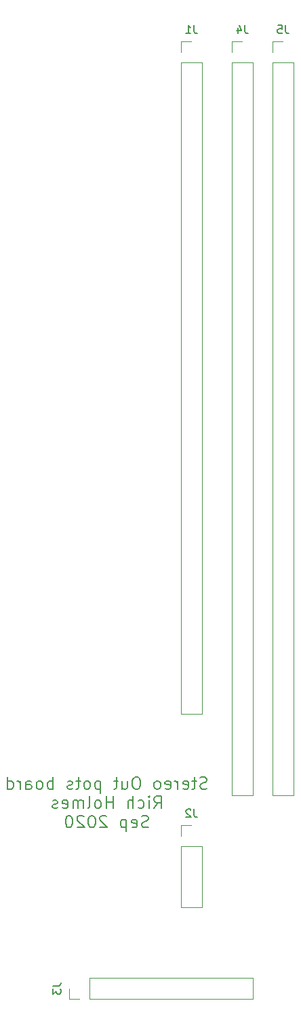
<source format=gbr>
%TF.GenerationSoftware,KiCad,Pcbnew,5.1.6-c6e7f7d~87~ubuntu20.04.1*%
%TF.CreationDate,2020-11-04T22:39:05-05:00*%
%TF.ProjectId,stereoout,73746572-656f-46f7-9574-2e6b69636164,rev?*%
%TF.SameCoordinates,Original*%
%TF.FileFunction,Legend,Bot*%
%TF.FilePolarity,Positive*%
%FSLAX46Y46*%
G04 Gerber Fmt 4.6, Leading zero omitted, Abs format (unit mm)*
G04 Created by KiCad (PCBNEW 5.1.6-c6e7f7d~87~ubuntu20.04.1) date 2020-11-04 22:39:05*
%MOMM*%
%LPD*%
G01*
G04 APERTURE LIST*
%ADD10C,0.150000*%
%ADD11C,0.120000*%
G04 APERTURE END LIST*
D10*
X72664285Y-132307142D02*
X72450000Y-132378571D01*
X72092857Y-132378571D01*
X71950000Y-132307142D01*
X71878571Y-132235714D01*
X71807142Y-132092857D01*
X71807142Y-131950000D01*
X71878571Y-131807142D01*
X71950000Y-131735714D01*
X72092857Y-131664285D01*
X72378571Y-131592857D01*
X72521428Y-131521428D01*
X72592857Y-131450000D01*
X72664285Y-131307142D01*
X72664285Y-131164285D01*
X72592857Y-131021428D01*
X72521428Y-130950000D01*
X72378571Y-130878571D01*
X72021428Y-130878571D01*
X71807142Y-130950000D01*
X71378571Y-131378571D02*
X70807142Y-131378571D01*
X71164285Y-130878571D02*
X71164285Y-132164285D01*
X71092857Y-132307142D01*
X70950000Y-132378571D01*
X70807142Y-132378571D01*
X69735714Y-132307142D02*
X69878571Y-132378571D01*
X70164285Y-132378571D01*
X70307142Y-132307142D01*
X70378571Y-132164285D01*
X70378571Y-131592857D01*
X70307142Y-131450000D01*
X70164285Y-131378571D01*
X69878571Y-131378571D01*
X69735714Y-131450000D01*
X69664285Y-131592857D01*
X69664285Y-131735714D01*
X70378571Y-131878571D01*
X69021428Y-132378571D02*
X69021428Y-131378571D01*
X69021428Y-131664285D02*
X68950000Y-131521428D01*
X68878571Y-131450000D01*
X68735714Y-131378571D01*
X68592857Y-131378571D01*
X67521428Y-132307142D02*
X67664285Y-132378571D01*
X67950000Y-132378571D01*
X68092857Y-132307142D01*
X68164285Y-132164285D01*
X68164285Y-131592857D01*
X68092857Y-131450000D01*
X67950000Y-131378571D01*
X67664285Y-131378571D01*
X67521428Y-131450000D01*
X67450000Y-131592857D01*
X67450000Y-131735714D01*
X68164285Y-131878571D01*
X66592857Y-132378571D02*
X66735714Y-132307142D01*
X66807142Y-132235714D01*
X66878571Y-132092857D01*
X66878571Y-131664285D01*
X66807142Y-131521428D01*
X66735714Y-131450000D01*
X66592857Y-131378571D01*
X66378571Y-131378571D01*
X66235714Y-131450000D01*
X66164285Y-131521428D01*
X66092857Y-131664285D01*
X66092857Y-132092857D01*
X66164285Y-132235714D01*
X66235714Y-132307142D01*
X66378571Y-132378571D01*
X66592857Y-132378571D01*
X64021428Y-130878571D02*
X63735714Y-130878571D01*
X63592857Y-130950000D01*
X63450000Y-131092857D01*
X63378571Y-131378571D01*
X63378571Y-131878571D01*
X63450000Y-132164285D01*
X63592857Y-132307142D01*
X63735714Y-132378571D01*
X64021428Y-132378571D01*
X64164285Y-132307142D01*
X64307142Y-132164285D01*
X64378571Y-131878571D01*
X64378571Y-131378571D01*
X64307142Y-131092857D01*
X64164285Y-130950000D01*
X64021428Y-130878571D01*
X62092857Y-131378571D02*
X62092857Y-132378571D01*
X62735714Y-131378571D02*
X62735714Y-132164285D01*
X62664285Y-132307142D01*
X62521428Y-132378571D01*
X62307142Y-132378571D01*
X62164285Y-132307142D01*
X62092857Y-132235714D01*
X61592857Y-131378571D02*
X61021428Y-131378571D01*
X61378571Y-130878571D02*
X61378571Y-132164285D01*
X61307142Y-132307142D01*
X61164285Y-132378571D01*
X61021428Y-132378571D01*
X59378571Y-131378571D02*
X59378571Y-132878571D01*
X59378571Y-131450000D02*
X59235714Y-131378571D01*
X58950000Y-131378571D01*
X58807142Y-131450000D01*
X58735714Y-131521428D01*
X58664285Y-131664285D01*
X58664285Y-132092857D01*
X58735714Y-132235714D01*
X58807142Y-132307142D01*
X58950000Y-132378571D01*
X59235714Y-132378571D01*
X59378571Y-132307142D01*
X57807142Y-132378571D02*
X57950000Y-132307142D01*
X58021428Y-132235714D01*
X58092857Y-132092857D01*
X58092857Y-131664285D01*
X58021428Y-131521428D01*
X57950000Y-131450000D01*
X57807142Y-131378571D01*
X57592857Y-131378571D01*
X57450000Y-131450000D01*
X57378571Y-131521428D01*
X57307142Y-131664285D01*
X57307142Y-132092857D01*
X57378571Y-132235714D01*
X57450000Y-132307142D01*
X57592857Y-132378571D01*
X57807142Y-132378571D01*
X56878571Y-131378571D02*
X56307142Y-131378571D01*
X56664285Y-130878571D02*
X56664285Y-132164285D01*
X56592857Y-132307142D01*
X56450000Y-132378571D01*
X56307142Y-132378571D01*
X55878571Y-132307142D02*
X55735714Y-132378571D01*
X55450000Y-132378571D01*
X55307142Y-132307142D01*
X55235714Y-132164285D01*
X55235714Y-132092857D01*
X55307142Y-131950000D01*
X55450000Y-131878571D01*
X55664285Y-131878571D01*
X55807142Y-131807142D01*
X55878571Y-131664285D01*
X55878571Y-131592857D01*
X55807142Y-131450000D01*
X55664285Y-131378571D01*
X55450000Y-131378571D01*
X55307142Y-131450000D01*
X53450000Y-132378571D02*
X53450000Y-130878571D01*
X53450000Y-131450000D02*
X53307142Y-131378571D01*
X53021428Y-131378571D01*
X52878571Y-131450000D01*
X52807142Y-131521428D01*
X52735714Y-131664285D01*
X52735714Y-132092857D01*
X52807142Y-132235714D01*
X52878571Y-132307142D01*
X53021428Y-132378571D01*
X53307142Y-132378571D01*
X53450000Y-132307142D01*
X51878571Y-132378571D02*
X52021428Y-132307142D01*
X52092857Y-132235714D01*
X52164285Y-132092857D01*
X52164285Y-131664285D01*
X52092857Y-131521428D01*
X52021428Y-131450000D01*
X51878571Y-131378571D01*
X51664285Y-131378571D01*
X51521428Y-131450000D01*
X51450000Y-131521428D01*
X51378571Y-131664285D01*
X51378571Y-132092857D01*
X51450000Y-132235714D01*
X51521428Y-132307142D01*
X51664285Y-132378571D01*
X51878571Y-132378571D01*
X50092857Y-132378571D02*
X50092857Y-131592857D01*
X50164285Y-131450000D01*
X50307142Y-131378571D01*
X50592857Y-131378571D01*
X50735714Y-131450000D01*
X50092857Y-132307142D02*
X50235714Y-132378571D01*
X50592857Y-132378571D01*
X50735714Y-132307142D01*
X50807142Y-132164285D01*
X50807142Y-132021428D01*
X50735714Y-131878571D01*
X50592857Y-131807142D01*
X50235714Y-131807142D01*
X50092857Y-131735714D01*
X49378571Y-132378571D02*
X49378571Y-131378571D01*
X49378571Y-131664285D02*
X49307142Y-131521428D01*
X49235714Y-131450000D01*
X49092857Y-131378571D01*
X48950000Y-131378571D01*
X47807142Y-132378571D02*
X47807142Y-130878571D01*
X47807142Y-132307142D02*
X47950000Y-132378571D01*
X48235714Y-132378571D01*
X48378571Y-132307142D01*
X48450000Y-132235714D01*
X48521428Y-132092857D01*
X48521428Y-131664285D01*
X48450000Y-131521428D01*
X48378571Y-131450000D01*
X48235714Y-131378571D01*
X47950000Y-131378571D01*
X47807142Y-131450000D01*
X66092857Y-134778571D02*
X66592857Y-134064285D01*
X66950000Y-134778571D02*
X66950000Y-133278571D01*
X66378571Y-133278571D01*
X66235714Y-133350000D01*
X66164285Y-133421428D01*
X66092857Y-133564285D01*
X66092857Y-133778571D01*
X66164285Y-133921428D01*
X66235714Y-133992857D01*
X66378571Y-134064285D01*
X66950000Y-134064285D01*
X65450000Y-134778571D02*
X65450000Y-133778571D01*
X65450000Y-133278571D02*
X65521428Y-133350000D01*
X65450000Y-133421428D01*
X65378571Y-133350000D01*
X65450000Y-133278571D01*
X65450000Y-133421428D01*
X64092857Y-134707142D02*
X64235714Y-134778571D01*
X64521428Y-134778571D01*
X64664285Y-134707142D01*
X64735714Y-134635714D01*
X64807142Y-134492857D01*
X64807142Y-134064285D01*
X64735714Y-133921428D01*
X64664285Y-133850000D01*
X64521428Y-133778571D01*
X64235714Y-133778571D01*
X64092857Y-133850000D01*
X63450000Y-134778571D02*
X63450000Y-133278571D01*
X62807142Y-134778571D02*
X62807142Y-133992857D01*
X62878571Y-133850000D01*
X63021428Y-133778571D01*
X63235714Y-133778571D01*
X63378571Y-133850000D01*
X63450000Y-133921428D01*
X60950000Y-134778571D02*
X60950000Y-133278571D01*
X60950000Y-133992857D02*
X60092857Y-133992857D01*
X60092857Y-134778571D02*
X60092857Y-133278571D01*
X59164285Y-134778571D02*
X59307142Y-134707142D01*
X59378571Y-134635714D01*
X59450000Y-134492857D01*
X59450000Y-134064285D01*
X59378571Y-133921428D01*
X59307142Y-133850000D01*
X59164285Y-133778571D01*
X58950000Y-133778571D01*
X58807142Y-133850000D01*
X58735714Y-133921428D01*
X58664285Y-134064285D01*
X58664285Y-134492857D01*
X58735714Y-134635714D01*
X58807142Y-134707142D01*
X58950000Y-134778571D01*
X59164285Y-134778571D01*
X57807142Y-134778571D02*
X57950000Y-134707142D01*
X58021428Y-134564285D01*
X58021428Y-133278571D01*
X57235714Y-134778571D02*
X57235714Y-133778571D01*
X57235714Y-133921428D02*
X57164285Y-133850000D01*
X57021428Y-133778571D01*
X56807142Y-133778571D01*
X56664285Y-133850000D01*
X56592857Y-133992857D01*
X56592857Y-134778571D01*
X56592857Y-133992857D02*
X56521428Y-133850000D01*
X56378571Y-133778571D01*
X56164285Y-133778571D01*
X56021428Y-133850000D01*
X55950000Y-133992857D01*
X55950000Y-134778571D01*
X54664285Y-134707142D02*
X54807142Y-134778571D01*
X55092857Y-134778571D01*
X55235714Y-134707142D01*
X55307142Y-134564285D01*
X55307142Y-133992857D01*
X55235714Y-133850000D01*
X55092857Y-133778571D01*
X54807142Y-133778571D01*
X54664285Y-133850000D01*
X54592857Y-133992857D01*
X54592857Y-134135714D01*
X55307142Y-134278571D01*
X54021428Y-134707142D02*
X53878571Y-134778571D01*
X53592857Y-134778571D01*
X53450000Y-134707142D01*
X53378571Y-134564285D01*
X53378571Y-134492857D01*
X53450000Y-134350000D01*
X53592857Y-134278571D01*
X53807142Y-134278571D01*
X53950000Y-134207142D01*
X54021428Y-134064285D01*
X54021428Y-133992857D01*
X53950000Y-133850000D01*
X53807142Y-133778571D01*
X53592857Y-133778571D01*
X53450000Y-133850000D01*
X65378571Y-137107142D02*
X65164285Y-137178571D01*
X64807142Y-137178571D01*
X64664285Y-137107142D01*
X64592857Y-137035714D01*
X64521428Y-136892857D01*
X64521428Y-136750000D01*
X64592857Y-136607142D01*
X64664285Y-136535714D01*
X64807142Y-136464285D01*
X65092857Y-136392857D01*
X65235714Y-136321428D01*
X65307142Y-136250000D01*
X65378571Y-136107142D01*
X65378571Y-135964285D01*
X65307142Y-135821428D01*
X65235714Y-135750000D01*
X65092857Y-135678571D01*
X64735714Y-135678571D01*
X64521428Y-135750000D01*
X63307142Y-137107142D02*
X63450000Y-137178571D01*
X63735714Y-137178571D01*
X63878571Y-137107142D01*
X63950000Y-136964285D01*
X63950000Y-136392857D01*
X63878571Y-136250000D01*
X63735714Y-136178571D01*
X63450000Y-136178571D01*
X63307142Y-136250000D01*
X63235714Y-136392857D01*
X63235714Y-136535714D01*
X63950000Y-136678571D01*
X62592857Y-136178571D02*
X62592857Y-137678571D01*
X62592857Y-136250000D02*
X62450000Y-136178571D01*
X62164285Y-136178571D01*
X62021428Y-136250000D01*
X61950000Y-136321428D01*
X61878571Y-136464285D01*
X61878571Y-136892857D01*
X61950000Y-137035714D01*
X62021428Y-137107142D01*
X62164285Y-137178571D01*
X62450000Y-137178571D01*
X62592857Y-137107142D01*
X60164285Y-135821428D02*
X60092857Y-135750000D01*
X59950000Y-135678571D01*
X59592857Y-135678571D01*
X59450000Y-135750000D01*
X59378571Y-135821428D01*
X59307142Y-135964285D01*
X59307142Y-136107142D01*
X59378571Y-136321428D01*
X60235714Y-137178571D01*
X59307142Y-137178571D01*
X58378571Y-135678571D02*
X58235714Y-135678571D01*
X58092857Y-135750000D01*
X58021428Y-135821428D01*
X57950000Y-135964285D01*
X57878571Y-136250000D01*
X57878571Y-136607142D01*
X57950000Y-136892857D01*
X58021428Y-137035714D01*
X58092857Y-137107142D01*
X58235714Y-137178571D01*
X58378571Y-137178571D01*
X58521428Y-137107142D01*
X58592857Y-137035714D01*
X58664285Y-136892857D01*
X58735714Y-136607142D01*
X58735714Y-136250000D01*
X58664285Y-135964285D01*
X58592857Y-135821428D01*
X58521428Y-135750000D01*
X58378571Y-135678571D01*
X57307142Y-135821428D02*
X57235714Y-135750000D01*
X57092857Y-135678571D01*
X56735714Y-135678571D01*
X56592857Y-135750000D01*
X56521428Y-135821428D01*
X56450000Y-135964285D01*
X56450000Y-136107142D01*
X56521428Y-136321428D01*
X57378571Y-137178571D01*
X56450000Y-137178571D01*
X55521428Y-135678571D02*
X55378571Y-135678571D01*
X55235714Y-135750000D01*
X55164285Y-135821428D01*
X55092857Y-135964285D01*
X55021428Y-136250000D01*
X55021428Y-136607142D01*
X55092857Y-136892857D01*
X55164285Y-137035714D01*
X55235714Y-137107142D01*
X55378571Y-137178571D01*
X55521428Y-137178571D01*
X55664285Y-137107142D01*
X55735714Y-137035714D01*
X55807142Y-136892857D01*
X55878571Y-136607142D01*
X55878571Y-136250000D01*
X55807142Y-135964285D01*
X55735714Y-135821428D01*
X55664285Y-135750000D01*
X55521428Y-135678571D01*
D11*
%TO.C,J3*%
X58040000Y-155930000D02*
X58040000Y-158590000D01*
X58040000Y-155930000D02*
X78420000Y-155930000D01*
X78420000Y-155930000D02*
X78420000Y-158590000D01*
X58040000Y-158590000D02*
X78420000Y-158590000D01*
X55440000Y-158590000D02*
X56770000Y-158590000D01*
X55440000Y-157260000D02*
X55440000Y-158590000D01*
%TO.C,J5*%
X83500000Y-41690000D02*
X80840000Y-41690000D01*
X83500000Y-41690000D02*
X83500000Y-133190000D01*
X83500000Y-133190000D02*
X80840000Y-133190000D01*
X80840000Y-41690000D02*
X80840000Y-133190000D01*
X80840000Y-39090000D02*
X80840000Y-40420000D01*
X82170000Y-39090000D02*
X80840000Y-39090000D01*
%TO.C,J4*%
X77090000Y-39090000D02*
X75760000Y-39090000D01*
X75760000Y-39090000D02*
X75760000Y-40420000D01*
X75760000Y-41690000D02*
X75760000Y-133190000D01*
X78420000Y-133190000D02*
X75760000Y-133190000D01*
X78420000Y-41690000D02*
X78420000Y-133190000D01*
X78420000Y-41690000D02*
X75760000Y-41690000D01*
%TO.C,J1*%
X70740000Y-39090000D02*
X69410000Y-39090000D01*
X69410000Y-39090000D02*
X69410000Y-40420000D01*
X69410000Y-41690000D02*
X69410000Y-123030000D01*
X72070000Y-123030000D02*
X69410000Y-123030000D01*
X72070000Y-41690000D02*
X72070000Y-123030000D01*
X72070000Y-41690000D02*
X69410000Y-41690000D01*
%TO.C,J2*%
X70740000Y-136880000D02*
X69410000Y-136880000D01*
X69410000Y-136880000D02*
X69410000Y-138210000D01*
X69410000Y-139480000D02*
X69410000Y-147160000D01*
X72070000Y-147160000D02*
X69410000Y-147160000D01*
X72070000Y-139480000D02*
X72070000Y-147160000D01*
X72070000Y-139480000D02*
X69410000Y-139480000D01*
%TO.C,J3*%
D10*
X53452380Y-156926666D02*
X54166666Y-156926666D01*
X54309523Y-156879047D01*
X54404761Y-156783809D01*
X54452380Y-156640952D01*
X54452380Y-156545714D01*
X53452380Y-157307619D02*
X53452380Y-157926666D01*
X53833333Y-157593333D01*
X53833333Y-157736190D01*
X53880952Y-157831428D01*
X53928571Y-157879047D01*
X54023809Y-157926666D01*
X54261904Y-157926666D01*
X54357142Y-157879047D01*
X54404761Y-157831428D01*
X54452380Y-157736190D01*
X54452380Y-157450476D01*
X54404761Y-157355238D01*
X54357142Y-157307619D01*
%TO.C,J5*%
X82503333Y-37102380D02*
X82503333Y-37816666D01*
X82550952Y-37959523D01*
X82646190Y-38054761D01*
X82789047Y-38102380D01*
X82884285Y-38102380D01*
X81550952Y-37102380D02*
X82027142Y-37102380D01*
X82074761Y-37578571D01*
X82027142Y-37530952D01*
X81931904Y-37483333D01*
X81693809Y-37483333D01*
X81598571Y-37530952D01*
X81550952Y-37578571D01*
X81503333Y-37673809D01*
X81503333Y-37911904D01*
X81550952Y-38007142D01*
X81598571Y-38054761D01*
X81693809Y-38102380D01*
X81931904Y-38102380D01*
X82027142Y-38054761D01*
X82074761Y-38007142D01*
%TO.C,J4*%
X77423333Y-37102380D02*
X77423333Y-37816666D01*
X77470952Y-37959523D01*
X77566190Y-38054761D01*
X77709047Y-38102380D01*
X77804285Y-38102380D01*
X76518571Y-37435714D02*
X76518571Y-38102380D01*
X76756666Y-37054761D02*
X76994761Y-37769047D01*
X76375714Y-37769047D01*
%TO.C,J1*%
X71073333Y-37102380D02*
X71073333Y-37816666D01*
X71120952Y-37959523D01*
X71216190Y-38054761D01*
X71359047Y-38102380D01*
X71454285Y-38102380D01*
X70073333Y-38102380D02*
X70644761Y-38102380D01*
X70359047Y-38102380D02*
X70359047Y-37102380D01*
X70454285Y-37245238D01*
X70549523Y-37340476D01*
X70644761Y-37388095D01*
%TO.C,J2*%
X71073333Y-134892380D02*
X71073333Y-135606666D01*
X71120952Y-135749523D01*
X71216190Y-135844761D01*
X71359047Y-135892380D01*
X71454285Y-135892380D01*
X70644761Y-134987619D02*
X70597142Y-134940000D01*
X70501904Y-134892380D01*
X70263809Y-134892380D01*
X70168571Y-134940000D01*
X70120952Y-134987619D01*
X70073333Y-135082857D01*
X70073333Y-135178095D01*
X70120952Y-135320952D01*
X70692380Y-135892380D01*
X70073333Y-135892380D01*
%TD*%
M02*

</source>
